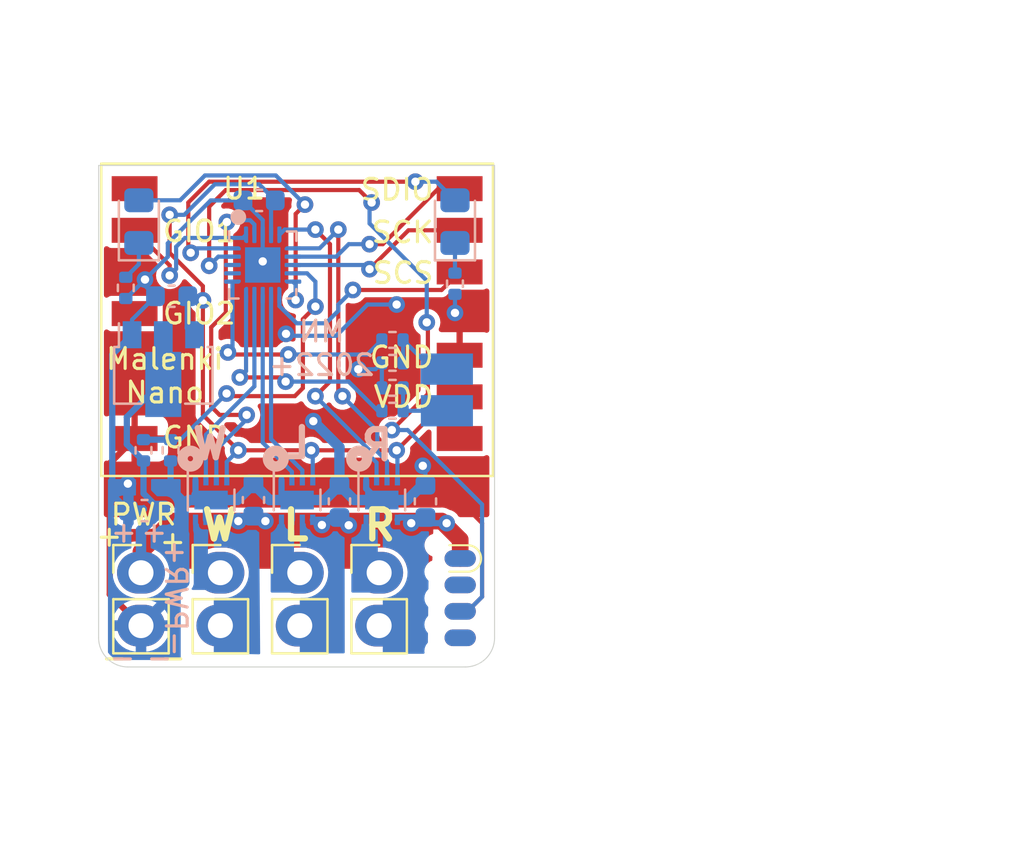
<source format=kicad_pcb>
(kicad_pcb (version 20211014) (generator pcbnew)
  (title_block (title "Malenki-nano-plus") (date "2022-09-02"))
  (layers (0 "F.Cu" signal) (31 "B.Cu" signal) (34 "B.Paste" user) (35 "F.Paste" user) (36 "B.SilkS" user "B.Silkscreen") (37 "F.SilkS" user "F.Silkscreen") (38 "B.Mask" user) (39 "F.Mask" user) (44 "Edge.Cuts" user))
  (net 0 "")
  (net 1 "GND")
  (net 2 "VBAT")
  (net 3 "BLINKY")
  (net 4 "Net-(D1-Pad1)")
  (net 5 "TXDEBUG")
  (net 6 "Net-(D2-Pad1)")
  (net 7 "UPDI")
  (net 8 "Net-(J5-Pad2)")
  (net 9 "Net-(J5-Pad1)")
  (net 10 "Net-(J6-Pad2)")
  (net 11 "Net-(J7-Pad2)")
  (net 12 "Net-(J7-Pad1)")
  (net 15 "SPI_SCS")
  (net 16 "GIO1")
  (net 17 "SPI_SCK")
  (net 18 "SPI_SDIO")
  (net 19 "MOTOR1R")
  (net 20 "MOTOR2R")
  (net 21 "MOTOR2F")
  (net 24 "MOTOR3F")
  (net 25 "MOTOR3R")
  (net 26 "MOTOR1F")
  (net 27 "WEAPON2")
  (net 29 "VSENSE")
  (net 30 "VLOGIC")
  (net 31 "WEAPON3")
  (net 34 "/W2")
  (net 35 "/W3")
  (net 39 "Net-(J6-Pad1)")
  (footprint "malenki-nano:PinHeader_1x02_P2.54mm_BIG1" (layer "F.Cu") (at 138.43 81.28)
    (fp_text reference "J1" hide)
    (fp_text value "Conn_01x02_Male")
    (pad "1" thru_hole oval locked (at 0 0) (size 2.3 2) (drill 1.2) (layers *.Cu *.Mask) (net 2 "VBAT"))
    (pad "2" thru_hole oval locked (at 0 2.54) (size 2.3 2) (drill 1.2) (layers *.Cu *.Mask) (net 1 "GND"))
  )
  (footprint "malenki-nano:PinHeader_1x02_P2.54mm_BIG1" (layer "F.Cu") (at 142.24 81.28)
    (fp_text reference "J5" hide)
    (fp_text value "Conn_01x02_Male")
    (pad "1" thru_hole oval locked (at 0 0) (size 2.3 2) (drill 1.2) (layers *.Cu *.Mask) (net 9 "Net-(J5-Pad1)"))
    (pad "2" thru_hole oval locked (at 0 2.54) (size 2.3 2) (drill 1.2) (layers *.Cu *.Mask) (net 8 "Net-(J5-Pad2)"))
  )
  (footprint "malenki-nano:PinHeader_1x02_P2.54mm_BIG1" (layer "F.Cu") (at 146.05 81.28)
    (fp_text reference "J6" hide)
    (fp_text value "Conn_01x02_Male")
    (pad "1" thru_hole oval locked (at 0 0) (size 2.3 2) (drill 1.2) (layers *.Cu *.Mask) (net 39 "Net-(J6-Pad1)"))
    (pad "2" thru_hole oval locked (at 0 2.54) (size 2.3 2) (drill 1.2) (layers *.Cu *.Mask) (net 10 "Net-(J6-Pad2)"))
  )
  (footprint "malenki-nano:PinHeader_1x02_P2.54mm_BIG1" (layer "F.Cu") (at 149.86 81.28)
    (fp_text reference "J7" hide)
    (fp_text value "Conn_01x02_Male")
    (pad "1" thru_hole oval locked (at 0 0) (size 2.3 2) (drill 1.2) (layers *.Cu *.Mask) (net 12 "Net-(J7-Pad1)"))
    (pad "2" thru_hole oval locked (at 0 2.54) (size 2.3 2) (drill 1.2) (layers *.Cu *.Mask) (net 11 "Net-(J7-Pad2)"))
  )
  (footprint "malenki-nano:A7105-module" (layer "F.Cu") (at 145.923 68.834 -90)
    (fp_text reference "U1" (at -6 2.55) (layer "F.SilkS"))
    (fp_text value "A7105-MODULE")
    (fp_text user "VDD" (at 4 -5.109523) (layer "F.SilkS"))
    (fp_text user "SDIO" (at -5.95 -4.8) (layer "F.SilkS"))
    (fp_text user "SCS" (at -1.95 -5.085714) (layer "F.SilkS"))
    (fp_text user "GND" (at 2.1 -5.014285) (layer "F.SilkS"))
    (fp_text user "GIO1" (at -3.95 4.7) (layer "F.SilkS"))
    (fp_text user "GND" (at 5.95 4.914286) (layer "F.SilkS"))
    (fp_text user "SCK" (at -3.9 -5.061904) (layer "F.SilkS"))
    (fp_text user "GIO2" (at 0 4.7) (layer "F.SilkS"))
    (pad "1" smd rect locked (at -6 7.8 270) (size 1.2 2.2) (layers "F.Cu" "F.Paste" "F.Mask"))
    (pad "2" smd rect locked (at -4 7.8 270) (size 1.2 2.2) (layers "F.Cu" "F.Paste" "F.Mask") (net 16 "GIO1"))
    (pad "4" smd rect locked (at 0 7.8 270) (size 1.2 2.2) (layers "F.Cu" "F.Paste" "F.Mask"))
    (pad "7" smd rect locked (at 6 7.8 270) (size 1.2 2.2) (layers "F.Cu" "F.Paste" "F.Mask") (net 1 "GND"))
    (pad "8" smd rect locked (at 6 -7.8 270) (size 1.2 2.2) (layers "F.Cu" "F.Paste" "F.Mask"))
    (pad "9" smd rect locked (at 4 -7.8 270) (size 1.2 2.2) (layers "F.Cu" "F.Paste" "F.Mask") (net 30 "VLOGIC"))
    (pad "10" smd rect locked (at 2 -7.8 270) (size 1.2 2.2) (layers "F.Cu" "F.Paste" "F.Mask") (net 1 "GND"))
    (pad "12" smd rect locked (at -2 -7.8 270) (size 1.2 2.2) (layers "F.Cu" "F.Paste" "F.Mask") (net 15 "SPI_SCS"))
    (pad "13" smd rect locked (at -4 -7.8 270) (size 1.2 2.2) (layers "F.Cu" "F.Paste" "F.Mask") (net 17 "SPI_SCK"))
    (pad "14" smd rect locked (at -6 -7.8 270) (size 1.2 2.2) (layers "F.Cu" "F.Paste" "F.Mask") (net 18 "SPI_SDIO"))
  )
  (footprint "malenki-nano:SOIC_clipProgSmall" (layer "F.Cu") (at 154.5 82.5 90)
    (fp_text reference "J2" hide)
    (fp_text value "Conn_01x08_Male" hide)
    (pad "" np_thru_hole circle locked (at 1.27 -1.905 90) (size 0.7 0.7) (drill 0.7) (layers *.Cu *.Mask))
    (pad "" np_thru_hole circle locked (at 2.54 -1.905 90) (size 0.7 0.7) (drill 0.7) (layers *.Cu *.Mask))
    (pad "" np_thru_hole circle locked (at -1.27 -1.905 90) (size 0.7 0.7) (drill 0.7) (layers *.Cu *.Mask))
    (pad "" np_thru_hole circle locked (at 0 -1.905 90) (size 0.7 0.7) (drill 0.7) (layers *.Cu *.Mask))
    (pad "" np_thru_hole circle locked (at -2.54 -1.905 90) (size 0.7 0.7) (drill 0.7) (layers *.Cu *.Mask))
    (pad "1" smd oval locked (at 1.905 -0.75 90) (size 0.8 1.5) (layers "F.Cu" "F.Mask") (net 2 "VBAT"))
    (pad "2" smd oval locked (at 0.635 -0.75 90) (size 0.8 1.5) (layers "F.Cu" "F.Mask"))
    (pad "3" smd oval locked (at -0.635 -0.75 90) (size 0.8 1.5) (layers "F.Cu" "F.Mask") (net 1 "GND"))
    (pad "4" smd oval locked (at -1.905 -0.75 90) (size 0.8 1.5) (layers "F.Cu" "F.Mask"))
    (pad "5" smd oval locked (at -1.905 -0.75 90) (size 0.8 1.5) (layers "B.Cu" "B.Mask"))
    (pad "6" smd oval locked (at -0.635 -0.75 90) (size 0.8 1.5) (layers "B.Cu" "B.Mask") (net 7 "UPDI"))
    (pad "7" smd oval locked (at 0.635 -0.75 90) (size 0.8 1.5) (layers "B.Cu" "B.Mask"))
    (pad "8" smd oval locked (at 1.905 -0.75 90) (size 0.8 1.5) (layers "B.Cu" "B.Mask"))
  )
  (footprint "Capacitor_SMD:C_0603_1608Metric" (layer "B.Cu") (at 138.6 78.2955 180)
    (fp_text reference "C2" hide)
    (fp_text value "10uF 25V")
    (pad "1" smd roundrect locked (at -0.775 0 180) (size 0.9 0.95) (layers "B.Cu" "B.Paste" "B.Mask") (net 2 "VBAT"))
    (pad "2" smd roundrect locked (at 0.775 0 180) (size 0.9 0.95) (layers "B.Cu" "B.Paste" "B.Mask") (net 1 "GND"))
  )
  (footprint "Capacitor_SMD:C_0603_1608Metric" (layer "B.Cu") (at 144.1 63.4 180)
    (fp_text reference "C4" hide)
    (fp_text value "0.1uF")
    (pad "1" smd roundrect locked (at -0.775 0 180) (size 0.9 0.95) (layers "B.Cu" "B.Paste" "B.Mask") (net 30 "VLOGIC"))
    (pad "2" smd roundrect locked (at 0.775 0 180) (size 0.9 0.95) (layers "B.Cu" "B.Paste" "B.Mask") (net 1 "GND"))
  )
  (footprint "Capacitor_SMD:C_0603_1608Metric" (layer "B.Cu") (at 143.8275 77.7875 90)
    (fp_text reference "C5" hide)
    (fp_text value "10uF 25V")
    (pad "1" smd roundrect locked (at -0.775 0 90) (size 0.9 0.95) (layers "B.Cu" "B.Paste" "B.Mask") (net 2 "VBAT"))
    (pad "2" smd roundrect locked (at 0.775 0 90) (size 0.9 0.95) (layers "B.Cu" "B.Paste" "B.Mask") (net 1 "GND"))
  )
  (footprint "LED_SMD:LED_0805_2012Metric_Pad1.15x1.40mm_HandSolder" (layer "B.Cu") (at 138.327 64.417 90)
    (fp_text reference "D1" hide)
    (fp_text value "LED Blue")
    (pad "1" smd roundrect locked (at -1.025 0 90) (size 1.15 1.4) (layers "B.Cu" "B.Paste" "B.Mask") (roundrect_rratio 0.217391) (net 4 "Net-(D1-Pad1)"))
    (pad "2" smd roundrect locked (at 1.025 0 90) (size 1.15 1.4) (layers "B.Cu" "B.Paste" "B.Mask") (roundrect_rratio 0.217391) (net 3 "BLINKY"))
  )
  (footprint "LED_SMD:LED_0805_2012Metric_Pad1.15x1.40mm_HandSolder" (layer "B.Cu") (at 153.5 64.417 90)
    (fp_text reference "D2" hide)
    (fp_text value "LED Red")
    (pad "1" smd roundrect locked (at -1.025 0 90) (size 1.15 1.4) (layers "B.Cu" "B.Paste" "B.Mask") (roundrect_rratio 0.217391) (net 6 "Net-(D2-Pad1)"))
    (pad "2" smd roundrect locked (at 1.025 0 90) (size 1.15 1.4) (layers "B.Cu" "B.Paste" "B.Mask") (roundrect_rratio 0.217391) (net 5 "TXDEBUG"))
  )
  (footprint "Resistor_SMD:R_0402_1005Metric" (layer "B.Cu") (at 137.7 67.6 -90)
    (fp_text reference "R1" hide)
    (fp_text value "220R")
    (pad "1" smd roundrect (at -0.51 0 270) (size 0.54 0.64) (layers "B.Cu" "B.Paste" "B.Mask") (net 4 "Net-(D1-Pad1)"))
    (pad "2" smd roundrect (at 0.51 0 270) (size 0.54 0.64) (layers "B.Cu" "B.Paste" "B.Mask") (net 1 "GND"))
  )
  (footprint "Resistor_SMD:R_0402_1005Metric" (layer "B.Cu") (at 153.5 67.4 -90)
    (fp_text reference "R2" hide)
    (fp_text value "220R")
    (pad "1" smd roundrect (at -0.51 0 270) (size 0.54 0.64) (layers "B.Cu" "B.Paste" "B.Mask") (net 6 "Net-(D2-Pad1)"))
    (pad "2" smd roundrect (at 0.51 0 270) (size 0.54 0.64) (layers "B.Cu" "B.Paste" "B.Mask") (net 1 "GND"))
  )
  (footprint "Capacitor_SMD:C_0603_1608Metric" (layer "B.Cu") (at 139.9 68 180)
    (fp_text reference "C3" hide)
    (fp_text value "10uF 25V")
    (pad "1" smd roundrect locked (at -0.775 0 180) (size 0.9 0.95) (layers "B.Cu" "B.Paste" "B.Mask") (net 30 "VLOGIC"))
    (pad "2" smd roundrect locked (at 0.775 0 180) (size 0.9 0.95) (layers "B.Cu" "B.Paste" "B.Mask") (net 1 "GND"))
  )
  (footprint "Package_DFN_QFN:VQFN-20-1EP_3x3mm_P0.4mm_EP1.7x1.7mm" (layer "B.Cu") (at 144.272 66.5 -90)
    (fp_text reference "U3" hide)
    (fp_text value "ATtiny1616-M")
    (pad "1" smd custom locked (at -1.45 0.8 270) (size 0.143431 0.143431) (layers "B.Cu" "B.Paste" "B.Mask") (net 16 "GIO1") (options (clearance outline) (anchor circle)) (primitives (gr_poly (pts (xy 0.35 -0.000711) (xy 0.35 -0.05) (xy -0.35 -0.05) (xy -0.35 0.05) (xy 0.299289 0.05)) (width 0.1) (fill yes))))
    (pad "2" smd roundrect locked (at -1.45 0.4 270) (size 0.8 0.2) (layers "B.Cu" "B.Paste" "B.Mask") (net 26 "MOTOR1F"))
    (pad "3" smd roundrect locked (at -1.45 0 270) (size 0.8 0.2) (layers "B.Cu" "B.Paste" "B.Mask") (net 1 "GND"))
    (pad "4" smd roundrect locked (at -1.45 -0.4 270) (size 0.8 0.2) (layers "B.Cu" "B.Paste" "B.Mask") (net 30 "VLOGIC"))
    (pad "5" smd custom locked (at -1.45 -0.8 270) (size 0.143431 0.143431) (layers "B.Cu" "B.Paste" "B.Mask") (net 25 "MOTOR3R") (options (clearance outline) (anchor circle)) (primitives (gr_poly (pts (xy 0.35 0.000711) (xy 0.299289 -0.05) (xy -0.35 -0.05) (xy -0.35 0.05) (xy 0.35 0.05)) (width 0.1) (fill yes))))
    (pad "6" smd custom locked (at -0.8 -1.45 270) (size 0.143431 0.143431) (layers "B.Cu" "B.Paste" "B.Mask") (net 24 "MOTOR3F") (options (clearance outline) (anchor circle)) (primitives (gr_poly (pts (xy 0.05 -0.35) (xy -0.05 -0.35) (xy -0.05 0.299289) (xy 0.000711 0.35) (xy 0.05 0.35)) (width 0.1) (fill yes))))
    (pad "7" smd roundrect locked (at -0.4 -1.45 270) (size 0.2 0.8) (layers "B.Cu" "B.Paste" "B.Mask") (net 18 "SPI_SDIO"))
    (pad "8" smd roundrect locked (at 0 -1.45 270) (size 0.2 0.8) (layers "B.Cu" "B.Paste" "B.Mask") (net 17 "SPI_SCK"))
    (pad "9" smd roundrect locked (at 0.4 -1.45 270) (size 0.2 0.8) (layers "B.Cu" "B.Paste" "B.Mask") (net 29 "VSENSE"))
    (pad "10" smd custom locked (at 0.8 -1.45 270) (size 0.143431 0.143431) (layers "B.Cu" "B.Paste" "B.Mask") (net 3 "BLINKY") (options (clearance outline) (anchor circle)) (primitives (gr_poly (pts (xy 0.05 0.299289) (xy 0.05 -0.35) (xy -0.05 -0.35) (xy -0.05 0.35) (xy -0.000711 0.35)) (width 0.1) (fill yes))))
    (pad "11" smd custom locked (at 1.45 -0.8 270) (size 0.143431 0.143431) (layers "B.Cu" "B.Paste" "B.Mask") (net 15 "SPI_SCS") (options (clearance outline) (anchor circle)) (primitives (gr_poly (pts (xy 0.35 -0.05) (xy -0.299289 -0.05) (xy -0.35 0.000711) (xy -0.35 0.05) (xy 0.35 0.05)) (width 0.1) (fill yes))))
    (pad "12" smd roundrect locked (at 1.45 -0.4 270) (size 0.8 0.2) (layers "B.Cu" "B.Paste" "B.Mask") (net 21 "MOTOR2F"))
    (pad "13" smd roundrect locked (at 1.45 0 270) (size 0.8 0.2) (layers "B.Cu" "B.Paste" "B.Mask") (net 20 "MOTOR2R"))
    (pad "14" smd roundrect locked (at 1.45 0.4 270) (size 0.8 0.2) (layers "B.Cu" "B.Paste" "B.Mask") (net 19 "MOTOR1R"))
    (pad "15" smd custom locked (at 1.45 0.8 270) (size 0.143431 0.143431) (layers "B.Cu" "B.Paste" "B.Mask") (net 34 "/W2") (options (clearance outline) (anchor circle)) (primitives (gr_poly (pts (xy 0.35 -0.05) (xy -0.35 -0.05) (xy -0.35 -0.000711) (xy -0.299289 0.05) (xy 0.35 0.05)) (width 0.1) (fill yes))))
    (pad "16" smd custom locked (at 0.8 1.45 270) (size 0.143431 0.143431) (layers "B.Cu" "B.Paste" "B.Mask") (net 35 "/W3") (options (clearance outline) (anchor circle)) (primitives (gr_poly (pts (xy 0.05 -0.299289) (xy -0.000711 -0.35) (xy -0.05 -0.35) (xy -0.05 0.35) (xy 0.05 0.35)) (width 0.1) (fill yes))))
    (pad "17" smd roundrect locked (at 0.4 1.45 270) (size 0.2 0.8) (layers "B.Cu" "B.Paste" "B.Mask"))
    (pad "18" smd roundrect locked (at 0 1.45 270) (size 0.2 0.8) (layers "B.Cu" "B.Paste" "B.Mask"))
    (pad "19" smd roundrect locked (at -0.4 1.45 270) (size 0.2 0.8) (layers "B.Cu" "B.Paste" "B.Mask") (net 7 "UPDI"))
    (pad "20" smd custom locked (at -0.8 1.45 270) (size 0.143431 0.143431) (layers "B.Cu" "B.Paste" "B.Mask") (net 5 "TXDEBUG") (options (clearance outline) (anchor circle)) (primitives (gr_poly (pts (xy 0.05 -0.35) (xy 0.000711 -0.35) (xy -0.05 -0.299289) (xy -0.05 0.35) (xy 0.05 0.35)) (width 0.1) (fill yes))))
    (pad "21" smd rect locked (at 0 0 270) (size 1.7 1.7) (layers "B.Cu" "B.Mask") (net 1 "GND"))
  )
  (footprint "malenki-nano:wirepad_2" (layer "B.Cu") (at 153.111323 72.501 -90)
    (fp_text reference "J3" hide)
    (fp_text value "Conn_01x02")
    (pad "1" smd rect locked (at -1 0 270) (size 1.5 2.5) (layers "B.Cu" "B.Mask") (net 31 "WEAPON3"))
    (pad "2" smd rect locked (at 1 0 270) (size 1.5 2.5) (layers "B.Cu" "B.Mask") (net 27 "WEAPON2"))
  )
  (footprint "Resistor_SMD:R_0402_1005Metric" (layer "B.Cu") (at 139.85 75.4 -90)
    (fp_text reference "R4" hide)
    (fp_text value "10k")
    (pad "1" smd roundrect (at -0.51 0 270) (size 0.54 0.64) (layers "B.Cu" "B.Paste" "B.Mask") (net 29 "VSENSE"))
    (pad "2" smd roundrect (at 0.51 0 270) (size 0.54 0.64) (layers "B.Cu" "B.Paste" "B.Mask") (net 1 "GND"))
  )
  (footprint "Resistor_SMD:R_0402_1005Metric" (layer "B.Cu") (at 138.55 75.4 90)
    (fp_text reference "R3" hide)
    (fp_text value "100k")
    (pad "1" smd roundrect (at -0.51 0 90) (size 0.54 0.64) (layers "B.Cu" "B.Paste" "B.Mask") (net 2 "VBAT"))
    (pad "2" smd roundrect (at 0.51 0 90) (size 0.54 0.64) (layers "B.Cu" "B.Paste" "B.Mask") (net 29 "VSENSE"))
  )
  (footprint "Capacitor_SMD:C_0603_1608Metric" (layer "B.Cu") (at 147.955 77.851 90)
    (fp_text reference "C6" hide)
    (fp_text value "10uF 25V")
    (pad "1" smd roundrect locked (at -0.775 0 90) (size 0.9 0.95) (layers "B.Cu" "B.Paste" "B.Mask") (net 2 "VBAT"))
    (pad "2" smd roundrect locked (at 0.775 0 90) (size 0.9 0.95) (layers "B.Cu" "B.Paste" "B.Mask") (net 1 "GND"))
  )
  (footprint "Capacitor_SMD:C_0603_1608Metric" (layer "B.Cu") (at 152.0825 77.851 90)
    (fp_text reference "C7" hide)
    (fp_text value "10uF 25V")
    (pad "1" smd roundrect locked (at -0.775 0 90) (size 0.9 0.95) (layers "B.Cu" "B.Paste" "B.Mask") (net 2 "VBAT"))
    (pad "2" smd roundrect locked (at 0.775 0 90) (size 0.9 0.95) (layers "B.Cu" "B.Paste" "B.Mask") (net 1 "GND"))
  )
  (footprint "Package_SON:WSON-8-1EP_2x2mm_P0.5mm_EP0.9x1.6mm" (layer "B.Cu") (at 141.7955 77.7875 -90)
    (fp_text reference "U5" hide)
    (fp_text value "DRV8231DSGR")
    (pad "1" smd rect (at -0.95 0.75 270) (size 0.5 0.25) (layers "B.Cu" "B.Paste" "B.Mask") (net 1 "GND"))
    (pad "2" smd rect (at -0.95 0.25 270) (size 0.5 0.25) (layers "B.Cu" "B.Paste" "B.Mask") (net 19 "MOTOR1R"))
    (pad "3" smd rect (at -0.95 -0.25 270) (size 0.5 0.25) (layers "B.Cu" "B.Paste" "B.Mask") (net 26 "MOTOR1F"))
    (pad "4" smd rect (at -0.95 -0.75 270) (size 0.5 0.25) (layers "B.Cu" "B.Paste" "B.Mask") (net 30 "VLOGIC"))
    (pad "5" smd rect (at 0.95 -0.75 270) (size 0.5 0.25) (layers "B.Cu" "B.Paste" "B.Mask") (net 2 "VBAT"))
    (pad "6" smd rect (at 0.95 -0.25 270) (size 0.5 0.25) (layers "B.Cu" "B.Paste" "B.Mask") (net 8 "Net-(J5-Pad2)"))
    (pad "7" smd rect (at 0.95 0.25 270) (size 0.5 0.25) (layers "B.Cu" "B.Paste" "B.Mask") (net 1 "GND"))
    (pad "8" smd rect (at 0.95 0.75 270) (size 0.5 0.25) (layers "B.Cu" "B.Paste" "B.Mask") (net 9 "Net-(J5-Pad1)"))
    (pad "9" smd rect (at 0 0 270) (size 0.9 1.6) (layers "B.Cu" "B.Mask") (net 1 "GND"))
  )
  (footprint "Package_SON:WSON-8-1EP_2x2mm_P0.5mm_EP0.9x1.6mm" (layer "B.Cu") (at 145.923 77.7875 -90)
    (fp_text reference "U6" hide)
    (fp_text value "DRV8231DSGR")
    (pad "1" smd rect (at -0.95 0.75 270) (size 0.5 0.25) (layers "B.Cu" "B.Paste" "B.Mask") (net 1 "GND"))
    (pad "2" smd rect (at -0.95 0.25 270) (size 0.5 0.25) (layers "B.Cu" "B.Paste" "B.Mask") (net 20 "MOTOR2R"))
    (pad "3" smd rect (at -0.95 -0.25 270) (size 0.5 0.25) (layers "B.Cu" "B.Paste" "B.Mask") (net 21 "MOTOR2F"))
    (pad "4" smd rect (at -0.95 -0.75 270) (size 0.5 0.25) (layers "B.Cu" "B.Paste" "B.Mask") (net 30 "VLOGIC"))
    (pad "5" smd rect (at 0.95 -0.75 270) (size 0.5 0.25) (layers "B.Cu" "B.Paste" "B.Mask") (net 2 "VBAT"))
    (pad "6" smd rect (at 0.95 -0.25 270) (size 0.5 0.25) (layers "B.Cu" "B.Paste" "B.Mask") (net 10 "Net-(J6-Pad2)"))
    (pad "7" smd rect (at 0.95 0.25 270) (size 0.5 0.25) (layers "B.Cu" "B.Paste" "B.Mask") (net 1 "GND"))
    (pad "8" smd rect (at 0.95 0.75 270) (size 0.5 0.25) (layers "B.Cu" "B.Paste" "B.Mask") (net 39 "Net-(J6-Pad1)"))
    (pad "9" smd rect (at 0 0 270) (size 0.9 1.6) (layers "B.Cu" "B.Mask") (net 1 "GND"))
  )
  (footprint "Package_SON:WSON-8-1EP_2x2mm_P0.5mm_EP0.9x1.6mm" (layer "B.Cu") (at 149.987 77.7875 -90)
    (fp_text reference "U7" hide)
    (fp_text value "DRV8231DSGR")
    (pad "1" smd rect (at -0.95 0.75 270) (size 0.5 0.25) (layers "B.Cu" "B.Paste" "B.Mask") (net 1 "GND"))
    (pad "2" smd rect (at -0.95 0.25 270) (size 0.5 0.25) (layers "B.Cu" "B.Paste" "B.Mask") (net 25 "MOTOR3R"))
    (pad "3" smd rect (at -0.95 -0.25 270) (size 0.5 0.25) (layers "B.Cu" "B.Paste" "B.Mask") (net 24 "MOTOR3F"))
    (pad "4" smd rect (at -0.95 -0.75 270) (size 0.5 0.25) (layers "B.Cu" "B.Paste" "B.Mask") (net 30 "VLOGIC"))
    (pad "5" smd rect (at 0.95 -0.75 270) (size 0.5 0.25) (layers "B.Cu" "B.Paste" "B.Mask") (net 2 "VBAT"))
    (pad "6" smd rect (at 0.95 -0.25 270) (size 0.5 0.25) (layers "B.Cu" "B.Paste" "B.Mask") (net 11 "Net-(J7-Pad2)"))
    (pad "7" smd rect (at 0.95 0.25 270) (size 0.5 0.25) (layers "B.Cu" "B.Paste" "B.Mask") (net 1 "GND"))
    (pad "8" smd rect (at 0.95 0.75 270) (size 0.5 0.25) (layers "B.Cu" "B.Paste" "B.Mask") (net 12 "Net-(J7-Pad1)"))
    (pad "9" smd rect (at 0 0 270) (size 0.9 1.6) (layers "B.Cu" "B.Mask") (net 1 "GND"))
  )
  (footprint "Resistor_SMD:R_0402_1005Metric" (layer "B.Cu") (at 150.5 70.1 180)
    (fp_text reference "R6" hide)
    (fp_text value "470R")
    (pad "1" smd roundrect (at -0.51 0 180) (size 0.54 0.64) (layers "B.Cu" "B.Paste" "B.Mask") (net 31 "WEAPON3"))
    (pad "2" smd roundrect (at 0.51 0 180) (size 0.54 0.64) (layers "B.Cu" "B.Paste" "B.Mask") (net 35 "/W3"))
  )
  (footprint "Resistor_SMD:R_0402_1005Metric" (layer "B.Cu") (at 150.5 72.4)
    (fp_text reference "R7" hide)
    (fp_text value "10k")
    (pad "1" smd roundrect (at -0.51 0) (size 0.54 0.64) (layers "B.Cu" "B.Paste" "B.Mask") (net 1 "GND"))
    (pad "2" smd roundrect (at 0.51 0) (size 0.54 0.64) (layers "B.Cu" "B.Paste" "B.Mask") (net 27 "WEAPON2"))
  )
  (footprint "Resistor_SMD:R_0402_1005Metric" (layer "B.Cu") (at 150.5 73.5 180)
    (fp_text reference "R5" hide)
    (fp_text value "470R")
    (pad "1" smd roundrect (at -0.51 0 180) (size 0.54 0.64) (layers "B.Cu" "B.Paste" "B.Mask") (net 27 "WEAPON2"))
    (pad "2" smd roundrect (at 0.51 0 180) (size 0.54 0.64) (layers "B.Cu" "B.Paste" "B.Mask") (net 34 "/W2"))
  )
  (footprint "Package_TO_SOT_SMD:SOT-89-3" (layer "B.Cu") (at 139.5 71.5 -90)
    (fp_text reference "U2" hide)
    (fp_text value "HT7533-1")
    (pad "1" smd rect (at -1.65 1.5 270) (size 1.3 0.9) (layers "B.Cu" "B.Paste" "B.Mask") (net 1 "GND"))
    (pad "2" smd custom (at -1.5625 0 270) (size 1.475 0.9) (layers "B.Cu" "B.Paste" "B.Mask") (net 2 "VBAT") (options (clearance outline) (anchor rect)) (primitives (gr_poly (pts (xy 3.8625 -0.8665) (xy 0.7375 -0.8665) (xy 0.7375 0.8665) (xy 3.8625 0.8665)) (width 0) (fill yes))))
    (pad "3" smd rect (at -1.65 -1.5 270) (size 1.3 0.9) (layers "B.Cu" "B.Paste" "B.Mask") (net 30 "VLOGIC"))
  )
  (footprint "Resistor_SMD:R_0402_1005Metric" (layer "B.Cu") (at 150.5 71.2)
    (fp_text reference "R8" hide)
    (fp_text value "10k")
    (pad "1" smd roundrect (at -0.51 0) (size 0.54 0.64) (layers "B.Cu" "B.Paste" "B.Mask") (net 1 "GND"))
    (pad "2" smd roundrect (at 0.51 0) (size 0.54 0.64) (layers "B.Cu" "B.Paste" "B.Mask") (net 31 "WEAPON3"))
  )
  (gr_circle (center 143.1 64.2) (end 143.227 64.2) (layer "B.SilkS") (width 0.5) (fill solid))
  (gr_circle (center 144.9 75.8) (end 145.027 75.8) (layer "B.SilkS") (width 0.5) (fill none))
  (gr_circle (center 148.9 75.8) (end 149.027 75.8) (layer "B.SilkS") (width 0.5) (fill none))
  (gr_circle (center 140.8 75.8) (end 140.927 75.8) (layer "B.SilkS") (width 0.5) (fill none))
  (gr_line (start 155.4 61.722) (end 136.398 61.722) (layer "Edge.Cuts") (width 0.05))
  (gr_line (start 155.4 84.4) (end 155.4 61.722) (layer "Edge.Cuts") (width 0.05))
  (gr_arc (start 137.8 85.804835) (mid 136.804162 85.390893) (end 136.395182 84.393006) (layer "Edge.Cuts") (width 0.05))
  (gr_line (start 137.8 85.804835) (end 153.988171 85.804818) (layer "Edge.Cuts") (width 0.05))
  (gr_arc (start 155.4 84.4) (mid 154.986058 85.395838) (end 153.988171 85.804818) (layer "Edge.Cuts") (width 0.05))
  (gr_line (start 136.398 61.722) (end 136.395182 84.393006) (layer "Edge.Cuts") (width 0.05))
  (gr_text "MN\n2022+" (at 147.1 70.5) (layer "B.SilkS") (effects (font (size 1 1)) (justify mirror)))
  (gr_text "+" (at 137.6045 79.3115) (layer "B.SilkS") (effects (font (size 1 1)) (justify mirror)))
  (gr_text "-" (at 137.541 85.344) (layer "B.SilkS") (effects (font (size 1 1)) (justify mirror)))
  (gr_text "-" (at 139.319 85.344) (layer "B.SilkS") (effects (font (size 1 1)) (justify mirror)))
  (gr_text "+" (at 139.065 79.3115) (layer "B.SilkS") (effects (font (size 1 1)) (justify mirror)))
  (gr_text "-PWR+" (at 140.1 82.5 270) (layer "B.SilkS") (effects (font (size 1 1)) (justify mirror)))
  (gr_text "L" (at 146.683333 75.05) (layer "B.SilkS") (effects (font (size 1.4 1.4) (thickness 0.3)) (justify left mirror)))
  (gr_text "R" (at 150.65 75.15) (layer "B.SilkS") (effects (font (size 1.4 1.4) (thickness 0.3)) (justify left mirror)))
  (gr_text "W" (at 142.75 75.1) (layer "B.SilkS") (effects (font (size 1.4 1.4) (thickness 0.3)) (justify left mirror)))
  (gr_text "+" (at 139.954 79.756) (layer "F.SilkS") (effects (font (size 1 1))))
  (gr_text "-" (at 139.954 85.344) (layer "F.SilkS") (effects (font (size 1 1))))
  (gr_text "L" (at 145.1 79) (layer "F.SilkS") (effects (font (size 1.4 1.4) (thickness 0.3)) (justify left)))
  (gr_text "PWR" (at 138.557 78.486) (layer "F.SilkS") (effects (font (size 1 1))))
  (gr_text "-" (at 137.16 85.344) (layer "F.SilkS") (effects (font (size 1 1))))
  (gr_text "+" (at 136.906 79.502) (layer "F.SilkS") (effects (font (size 1 1))))
  (gr_text "R" (at 149 79) (layer "F.SilkS") (effects (font (size 1.4 1.4) (thickness 0.3)) (justify left)))
  (gr_text "Malenki\nNano" (at 139.573 71.8185) (layer "F.SilkS") (effects (font (size 1 1))))
  (gr_text "W" (at 141.2 79) (layer "F.SilkS") (effects (font (size 1.4 1.4) (thickness 0.3)) (justify left)))
  (segment (start 138.43 83.82) (end 136.93048 82.32048) (width 0.3) (layer "F.Cu") (net 1))
  (segment (start 154.1 83.135) (end 154.8 82.435) (width 0.2) (layer "F.Cu") (net 1))
  (segment (start 154.8 82.435) (end 154.8 78.9) (width 0.2) (layer "F.Cu") (net 1))
  (segment (start 136.93048 82.32048) (end 136.93048 76.02652) (width 0.3) (layer "F.Cu") (net 1))
  (segment (start 152 76.1) (end 151.955378 76.144622) (width 0.2) (layer "F.Cu") (net 1))
  (segment (start 136.93048 76.02652) (end 138.123 74.834) (width 0.3) (layer "F.Cu") (net 1))
  (segment (start 154.8 78.9) (end 152 76.1) (width 0.2) (layer "F.Cu") (net 1))
  (segment (start 153.75 83.135) (end 154.1 83.135) (width 0.2) (layer "F.Cu") (net 1))
  (via (at 144.272 66.328) (size 0.8) (drill 0.4) (layers "F.Cu" "B.Cu") (net 1))
  (via (at 145.389623 69.806611) (size 0.8) (drill 0.4) (layers "F.Cu" "B.Cu") (net 1))
  (via (at 151.955378 76.144622) (size 0.8) (drill 0.4) (layers "F.Cu" "B.Cu") (net 1))
  (via (at 138.6215 67.2) (size 0.8) (drill 0.4) (layers "F.Cu" "B.Cu") (net 1))
  (via (at 150.7 68.4) (size 0.8) (drill 0.4) (layers "F.Cu" "B.Cu") (net 1))
  (via (at 146.7 74) (size 0.8) (drill 0.4) (layers "F.Cu" "B.Cu") (net 1))
  (via (at 137.8 77) (size 0.8) (drill 0.4) (layers "F.Cu" "B.Cu") (net 1))
  (via (at 153.5 68.8) (size 0.8) (drill 0.4) (layers "F.Cu" "B.Cu") (net 1))
  (via (at 148.858595 71.505493) (size 0.8) (drill 0.4) (layers "F.Cu" "B.Cu") (net 1))
  (segment (start 138.6215 67.2) (end 138.6215 67.4965) (width 0.2) (layer "B.Cu") (net 1))
  (segment (start 152.0825 77.076) (end 151.924 77.076) (width 0.5) (layer "B.Cu") (net 1))
  (segment (start 137.7115 68.11) (end 138.6215 67.2) (width 0.2) (layer "B.Cu") (net 1))
  (segment (start 149.99 72.4) (end 149.99 71.2) (width 0.2) (layer "B.Cu") (net 1))
  (segment (start 145.173 77.748) (end 145.2125 77.7875) (width 0.3) (layer "B.Cu") (net 1))
  (segment (start 152.0825 77.076) (end 152.0825 76.271744) (width 0.2) (layer "B.Cu") (net 1))
  (segment (start 141.0455 76.8375) (end 141.0455 77.4545) (width 0.3) (layer "B.Cu") (net 1))
  (segment (start 140.4705 79.408) (end 140.4705 78.0375) (width 0.5) (layer "B.Cu") (net 1))
  (segment (start 149.737 78.7375) (end 149.737 78.0375) (width 0.3) (layer "B.Cu") (net 1))
  (segment (start 137.7 68.11) (end 137.7115 68.11) (width 0.2) (layer "B.Cu") (net 1))
  (segment (start 137.05 70.8) (end 138 69.85) (width 0.3) (layer "B.Cu") (net 1))
  (segment (start 145.173 76.8375) (end 145.173 77.748) (width 0.3) (layer "B.Cu") (net 1))
  (segment (start 144.272 64.347) (end 143.325 63.4) (width 0.2) (layer "B.Cu") (net 1))
  (segment (start 140.4705 78.0375) (end 140.7205 77.7875) (width 0.5) (layer "B.Cu") (net 1))
  (segment (start 143.8275 77.0125) (end 144.6025 77.7875) (width 0.5) (layer "B.Cu") (net 1))
  (segment (start 151.2 77.8) (end 151.1875 77.7875) (width 0.5) (layer "B.Cu") (net 1))
  (segment (start 149.237 77.237) (end 149.5 77.5) (width 0.3) (layer "B.Cu") (net 1))
  (segment (start 138.6215 67.2) (end 139.715827 66.105673) (width 0.2) (layer "B.Cu") (net 1))
  (segment (start 140.5 81.75) (end 140.5 79.4375) (width 0.5) (layer "B.Cu") (net 1))
  (segment (start 139.85 75.91) (end 139.85 77.15) (width 0.3) (layer "B.Cu") (net 1))
  (segment (start 137.825 78.2955) (end 137.05 77.5205) (width 0.3) (layer "B.Cu") (net 1))
  (segment (start 147.955 77.076) (end 148.6665 77.7875) (width 0.5) (layer "B.Cu") (net 1))
  (segment (start 149.684507 71.505493) (end 149.99 71.2) (width 0.2) (layer "B.Cu") (net 1))
  (segment (start 147.8 69.9) (end 145.483012 69.9) (width 0.2) (layer "B.Cu") (net 1))
  (segment (start 139.85 77.15) (end 140.4705 77.7705) (width 0.3) (layer "B.Cu") (net 1))
  (segment (start 141.7955 77.7875) (end 143.0525 77.7875) (width 0.5) (layer "B.Cu") (net 1))
  (segment (start 140.4705 77.7705) (end 140.4705 78.0375) (width 0.3) (layer "B.Cu") (net 1))
  (segment (start 145.673 78.0375) (end 145.923 77.7875) (width 0.3) (layer "B.Cu") (net 1))
  (segment (start 149.3 68.4) (end 147.8 69.9) (width 0.2) (layer "B.Cu") (net 1))
  (segment (start 149.737 78.0375) (end 149.987 77.7875) (width 0.3) (layer "B.Cu") (net 1))
  (segment (start 145.483012 69.9) (end 145.389623 69.806611) (width 0.2) (layer "B.Cu") (net 1))
  (segment (start 141.0455 77.4545) (end 141 77.5) (width 0.3) (layer "B.Cu") (net 1))
  (segment (start 140.5 79.4375) (end 140.4705 79.408) (width 0.5) (layer "B.Cu") (net 1))
  (segment (start 141.774951 63.4) (end 143.325 63.4) (width 0.2) (layer "B.Cu") (net 1))
  (segment (start 145.923 77.7875) (end 147.2435 77.7875) (width 0.5) (layer "B.Cu") (net 1))
  (segment (start 138 69.125) (end 139.125 68) (width 0.2) (layer "B.Cu") (net 1))
  (segment (start 144.272 65.05) (end 144.272 66.328) (width 0.2) (layer "B.Cu") (net 1))
  (segment (start 138.43 83.82) (end 140.5 81.75) (width 0.5) (layer "B.Cu") (net 1))
  (segment (start 139.715827 65.459124) (end 141.774951 63.4) (width 0.2) (layer "B.Cu") (net 1))
  (segment (start 144.272 66.328) (end 144.272 66.5) (width 0.2) (layer "B.Cu") (net 1))
  (segment (start 138.6215 67.4965) (end 139.125 68) (width 0.2) (layer "B.Cu") (net 1))
  (segment (start 151.1875 77.7875) (end 149.987 77.7875) (width 0.5) (layer "B.Cu") (net 1))
  (segment (start 153.5 68.8) (end 153.5 67.91) (width 0.2) (layer "B.Cu") (net 1))
  (segment (start 144.6025 77.7875) (end 145.923 77.7875) (width 0.5) (layer "B.Cu") (net 1))
  (segment (start 147.2435 77.7875) (end 147.955 77.076) (width 0.5) (layer "B.Cu") (net 1))
  (segment (start 149.237 76.8375) (end 149.237 77.237) (width 0.3) (layer "B.Cu") (net 1))
  (segment (start 137.05 77.5205) (end 137.05 70.8) (width 0.3) (layer "B.Cu") (net 1))
  (segment (start 139.715827 66.105673) (end 139.715827 65.459124) (width 0.2) (layer "B.Cu") (net 1))
  (segment (start 143.0525 77.7875) (end 143.8275 77.0125) (width 0.5) (layer "B.Cu") (net 1))
  (segment (start 144.272 65.05) (end 144.272 64.347) (width 0.2) (layer "B.Cu") (net 1))
  (segment (start 148.858595 71.505493) (end 149.684507 71.505493) (width 0.2) (layer "B.Cu") (net 1))
  (segment (start 145.673 78.7375) (end 145.673 78.0375) (width 0.3) (layer "B.Cu") (net 1))
  (segment (start 141.5455 78.0375) (end 141.7955 77.7875) (width 0.3) (layer "B.Cu") (net 1))
  (segment (start 147.955 75.255) (end 146.7 74) (width 0.5) (layer "B.Cu") (net 1))
  (segment (start 150.7 68.4) (end 149.3 68.4) (width 0.2) (layer "B.Cu") (net 1))
  (segment (start 138 69.85) (end 138 69.125) (width 0.2) (layer "B.Cu") (net 1))
  (segment (start 140.7205 77.7875) (end 141.7955 77.7875) (width 0.5) (layer "B.Cu") (net 1))
  (segment (start 152.0825 76.271744) (end 151.955378 76.144622) (width 0.2) (layer "B.Cu") (net 1))
  (segment (start 147.955 77.076) (end 147.955 75.255) (width 0.5) (layer "B.Cu") (net 1))
  (segment (start 151.924 77.076) (end 151.2 77.8) (width 0.5) (layer "B.Cu") (net 1))
  (segment (start 141.5455 78.7375) (end 141.5455 78.0375) (width 0.3) (layer "B.Cu") (net 1))
  (segment (start 148.6665 77.7875) (end 149.987 77.7875) (width 0.5) (layer "B.Cu") (net 1))
  (segment (start 138.43 80.27) (end 139.9 78.8) (width 0.8) (layer "F.Cu") (net 2))
  (segment (start 138.43 81.28) (end 138.43 80.27) (width 0.8) (layer "F.Cu") (net 2))
  (segment (start 144.4 78.8) (end 152.855 78.8) (width 0.8) (layer "F.Cu") (net 2))
  (segment (start 143.1 78.8) (end 144.4 78.8) (width 0.8) (layer "F.Cu") (net 2))
  (segment (start 139.9 78.8) (end 143.1 78.8) (width 0.8) (layer "F.Cu") (net 2))
  (segment (start 152.855 78.8) (end 153.75 79.695) (width 0.8) (layer "F.Cu") (net 2))
  (segment (start 153.75 79.695) (end 153.75 80.595) (width 0.8) (layer "F.Cu") (net 2))
  (via (at 143.1 78.8) (size 0.8) (drill 0.4) (layers "F.Cu" "B.Cu") (net 2))
  (via (at 144.4 78.8) (size 0.8) (drill 0.4) (layers "F.Cu" "B.Cu") (net 2))
  (via (at 153.1 78.9) (size 0.8) (drill 0.4) (layers "F.Cu" "B.Cu") (net 2))
  (via (at 147.1125 78.9875) (size 0.8) (drill 0.4) (layers "F.Cu" "B.Cu") (net 2))
  (via (at 151.4 78.9) (size 0.8) (drill 0.4) (layers "F.Cu" "B.Cu") (net 2))
  (via (at 148.4 79) (size 0.8) (drill 0.4) (layers "F.Cu" "B.Cu") (net 2))
  (segment (start 143.8275 78.5625) (end 144.1625 78.5625) (width 0.3) (layer "B.Cu") (net 2))
  (segment (start 137.75 75.11) (end 138.55 75.91) (width 0.3) (layer "B.Cu") (net 2))
  (segment (start 147.8435 78.7375) (end 147.955 78.626) (width 0.3) (layer "B.Cu") (net 2))
  (segment (start 138.55 77.4705) (end 139.375 78.2955) (width 0.3) (layer "B.Cu") (net 2))
  (segment (start 139.5 69.9375) (end 139.5 72.05) (width 0.3) (layer "B.Cu") (net 2))
  (segment (start 148.329 79) (end 147.955 78.626) (width 0.3) (layer "B.Cu") (net 2))
  (segment (start 138.55 75.91) (end 138.55 77.4705) (width 0.3) (layer "B.Cu") (net 2))
  (segment (start 138.43 81.28) (end 138.43 79.2405) (width 0.5) (layer "B.Cu") (net 2))
  (segment (start 153.1 78.9) (end 152.3565 78.9) (width 0.3) (layer "B.Cu") (net 2))
  (segment (start 144.1625 78.5625) (end 144.4 78.8) (width 0.3) (layer "B.Cu") (net 2))
  (segment (start 150.8485 78.626) (end 150.737 78.7375) (width 0.3) (layer "B.Cu") (net 2))
  (segment (start 142.608 78.8) (end 142.5455 78.7375) (width 0.3) (layer "B.Cu") (net 2))
  (segment (start 148.4 79) (end 148.329 79) (width 0.3) (layer "B.Cu") (net 2))
  (segment (start 137.75 73.8) (end 137.75 75.11) (width 0.3) (layer "B.Cu") (net 2))
  (segment (start 139.5 72.05) (end 137.75 73.8) (width 0.3) (layer "B.Cu") (net 2))
  (segment (start 146.673 78.7375) (end 147.8435 78.7375) (width 0.3) (layer "B.Cu") (net 2))
  (segment (start 138.43 79.2405) (end 139.375 78.2955) (width 0.5) (layer "B.Cu") (net 2))
  (segment (start 143.3375 78.5625) (end 143.1 78.8) (width 0.3) (layer "B.Cu") (net 2))
  (segment (start 152.0825 78.626) (end 150.8485 78.626) (width 0.3) (layer "B.Cu") (net 2))
  (segment (start 143.1 78.8) (end 142.608 78.8) (width 0.3) (layer "B.Cu") (net 2))
  (segment (start 147.474 78.626) (end 147.1125 78.9875) (width 0.3) (layer "B.Cu") (net 2))
  (segment (start 143.8275 78.5625) (end 143.3375 78.5625) (width 0.3) (layer "B.Cu") (net 2))
  (segment (start 147.955 78.626) (end 147.474 78.626) (width 0.3) (layer "B.Cu") (net 2))
  (segment (start 152.3565 78.9) (end 152.0825 78.626) (width 0.3) (layer "B.Cu") (net 2))
  (segment (start 146.3 63.5995) (end 145.852666 64.046834) (width 0.2) (layer "F.Cu") (net 3))
  (segment (start 145.852666 64.046834) (end 145.852666 68.184239) (width 0.2) (layer "F.Cu") (net 3))
  (via (at 146.3 63.5995) (size 0.8) (drill 0.4) (layers "F.Cu" "B.Cu") (net 3))
  (via (at 145.852666 68.184239) (size 0.8) (drill 0.4) (layers "F.Cu" "B.Cu") (net 3))
  (segment (start 138.327 63.392) (end 140.308 63.392) (width 0.2) (layer "B.Cu") (net 3))
  (segment (start 144.9005 62.2) (end 146.3 63.5995) (width 0.2) (layer "B.Cu") (net 3))
  (segment (start 145.852666 67.430666) (end 145.722 67.3) (width 0.2) (layer "B.Cu") (net 3))
  (segment (start 140.308 63.392) (end 141.5 62.2) (width 0.2) (layer "B.Cu") (net 3))
  (segment (start 145.852666 68.184239) (end 145.852666 67.430666) (width 0.2) (layer "B.Cu") (net 3))
  (segment (start 141.5 62.2) (end 144.9005 62.2) (width 0.2) (layer "B.Cu") (net 3))
  (segment (start 138.327 65.442) (end 138.327 66.463) (width 0.2) (layer "B.Cu") (net 4))
  (segment (start 138.327 66.463) (end 137.7 67.09) (width 0.2) (layer "B.Cu") (net 4))
  (segment (start 140.700489 63.499511) (end 141.7 62.5) (width 0.2) (layer "F.Cu") (net 5))
  (segment (start 141.7 62.5) (end 151.6 62.5) (width 0.2) (layer "F.Cu") (net 5))
  (segment (start 140.700489 65.799989) (end 140.700489 63.499511) (width 0.2) (layer "F.Cu") (net 5))
  (segment (start 140.814858 65.914358) (end 140.700489 65.799989) (width 0.2) (layer "F.Cu") (net 5))
  (via (at 140.814858 65.914358) (size 0.8) (drill 0.4) (layers "F.Cu" "B.Cu") (net 5))
  (via (at 151.6 62.5) (size 0.8) (drill 0.4) (layers "F.Cu" "B.Cu") (net 5))
  (segment (start 140.814858 65.914358) (end 141.029216 65.7) (width 0.2) (layer "B.Cu") (net 5))
  (segment (start 141.029216 65.7) (end 142.822 65.7) (width 0.2) (layer "B.Cu") (net 5))
  (segment (start 152.608 62.5) (end 153.5 63.392) (width 0.2) (layer "B.Cu") (net 5))
  (segment (start 151.6 62.5) (end 152.608 62.5) (width 0.2) (layer "B.Cu") (net 5))
  (segment (start 153.5 65.442) (end 153.5 66.89) (width 0.2) (layer "B.Cu") (net 6))
  (segment (start 149.5 63.5) (end 148.9 62.9) (width 0.2) (layer "F.Cu") (net 7))
  (segment (start 141.701885 63.698115) (end 141.701885 66.536576) (width 0.2) (layer "F.Cu") (net 7))
  (segment (start 142.5 62.9) (end 141.701885 63.698115) (width 0.2) (layer "F.Cu") (net 7))
  (segment (start 152.2 69.310756) (end 152.2 72.697452) (width 0.2) (layer "F.Cu") (net 7))
  (segment (start 152.144622 69.255378) (end 152.2 69.310756) (width 0.2) (layer "F.Cu") (net 7))
  (segment (start 148.9 62.9) (end 142.5 62.9) (width 0.2) (layer "F.Cu") (net 7))
  (segment (start 152.2 72.697452) (end 150.470173 74.427279) (width 0.2) (layer "F.Cu") (net 7))
  (via (at 152.144622 69.255378) (size 0.8) (drill 0.4) (layers "F.Cu" "B.Cu") (net 7))
  (via (at 149.5 63.5) (size 0.8) (drill 0.4) (layers "F.Cu" "B.Cu") (net 7))
  (via (at 150.470173 74.427279) (size 0.8) (drill 0.4) (layers "F.Cu" "B.Cu") (net 7))
  (via (at 141.701885 66.536576) (size 0.8) (drill 0.4) (layers "F.Cu" "B.Cu") (net 7))
  (segment (start 154.79952 77.99952) (end 154.79952 82.43548) (width 0.2) (layer "B.Cu") (net 7))
  (segment (start 149.4 63.6) (end 149.5 63.5) (width 0.2) (layer "B.Cu") (net 7))
  (segment (start 154.1 83.135) (end 153.75 83.135) (width 0.2) (layer "B.Cu") (net 7))
  (segment (start 152.144622 67.251049) (end 149.4 64.506427) (width 0.2) (layer "B.Cu") (net 7))
  (segment (start 150.470173 74.427279) (end 151.227279 74.427279) (width 0.2) (layer "B.Cu") (net 7))
  (segment (start 154.79952 82.43548) (end 154.1 83.135) (width 0.2) (layer "B.Cu") (net 7))
  (segment (start 142.822 66.1) (end 142.138461 66.1) (width 0.2) (layer "B.Cu") (net 7))
  (segment (start 149.4 64.506427) (end 149.4 63.6) (width 0.2) (layer "B.Cu") (net 7))
  (segment (start 152.144622 69.255378) (end 152.144622 67.251049) (width 0.2) (layer "B.Cu") (net 7))
  (segment (start 151.227279 74.427279) (end 154.79952 77.99952) (width 0.2) (layer "B.Cu") (net 7))
  (segment (start 142.138461 66.1) (end 141.701885 66.536576) (width 0.2) (layer "B.Cu") (net 7))
  (segment (start 148.6 67.7) (end 152.857 67.7) (width 0.2) (layer "F.Cu") (net 15))
  (segment (start 152.857 67.7) (end 153.723 66.834) (width 0.2) (layer "F.Cu") (net 15))
  (via (at 148.6 67.7) (size 0.8) (drill 0.4) (layers "F.Cu" "B.Cu") (net 15))
  (segment (start 148.6 67.7) (end 147.9 68.4) (width 0.2) (layer "B.Cu") (net 15))
  (segment (start 145.072 68.472) (end 145.072 67.95) (width 0.2) (layer "B.Cu") (net 15))
  (segment (start 147.9 68.7) (end 147.3 69.3) (width 0.2) (layer "B.Cu") (net 15))
  (segment (start 147.3 69.3) (end 145.9 69.3) (width 0.2) (layer "B.Cu") (net 15))
  (segment (start 147.9 68.4) (end 147.9 68.7) (width 0.2) (layer "B.Cu") (net 15))
  (segment (start 145.9 69.3) (end 145.072 68.472) (width 0.2) (layer "B.Cu") (net 15))
  (segment (start 139.805372 67.005372) (end 139.805372 66.516372) (width 0.2) (layer "F.Cu") (net 16))
  (segment (start 139.805372 66.516372) (end 138.123 64.834) (width 0.2) (layer "F.Cu") (net 16))
  (via (at 139.805372 67.005372) (size 0.8) (drill 0.4) (layers "F.Cu" "B.Cu") (net 16))
  (segment (start 140.115347 65.62461) (end 140.539957 65.2) (width 0.2) (layer "B.Cu") (net 16))
  (segment (start 140.115347 66.695397) (end 140.115347 65.62461) (width 0.2) (layer "B.Cu") (net 16))
  (segment (start 139.805372 67.005372) (end 140.115347 66.695397) (width 0.2) (layer "B.Cu") (net 16))
  (segment (start 143.322 65.2) (end 143.472 65.05) (width 0.2) (layer "B.Cu") (net 16))
  (segment (start 140.539957 65.2) (end 143.322 65.2) (width 0.2) (layer "B.Cu") (net 16))
  (segment (start 151.266 64.834) (end 149.4 66.7) (width 0.2) (layer "F.Cu") (net 17))
  (segment (start 153.723 64.834) (end 151.266 64.834) (width 0.2) (layer "F.Cu") (net 17))
  (via (at 149.4 66.7) (size 0.8) (drill 0.4) (layers "F.Cu" "B.Cu") (net 17))
  (segment (start 149.4 66.7) (end 149.2 66.5) (width 0.2) (layer "B.Cu") (net 17))
  (segment (start 149.2 66.5) (end 145.722 66.5) (width 0.2) (layer "B.Cu") (net 17))
  (segment (start 152.700994 62.834) (end 150.034994 65.5) (width 0.2) (layer "F.Cu") (net 18))
  (segment (start 150.034994 65.5) (end 149.4 65.5) (width 0.2) (layer "F.Cu") (net 18))
  (segment (start 153.723 62.834) (end 152.700994 62.834) (width 0.2) (layer "F.Cu") (net 18))
  (via (at 149.4 65.5) (size 0.8) (drill 0.4) (layers "F.Cu" "B.Cu") (net 18))
  (segment (start 147.8 66.1) (end 145.722 66.1) (width 0.2) (layer "B.Cu") (net 18))
  (segment (start 148.4 65.5) (end 147.8 66.1) (width 0.2) (layer "B.Cu") (net 18))
  (segment (start 149.4 65.5) (end 148.4 65.5) (width 0.2) (layer "B.Cu") (net 18))
  (segment (start 143.872 67.95) (end 143.872 72.328) (width 0.2) (layer "B.Cu") (net 19))
  (segment (start 143.872 72.328) (end 141.5455 74.6545) (width 0.2) (layer "B.Cu") (net 19))
  (segment (start 141.5455 74.6545) (end 141.5455 76.8375) (width 0.2) (layer "B.Cu") (net 19))
  (segment (start 145.673 76.429164) (end 145.673 76.8375) (width 0.2) (layer "B.Cu") (net 20))
  (segment (start 144.272 67.95) (end 144.272 75.028164) (width 0.2) (layer "B.Cu") (net 20))
  (segment (start 144.272 75.028164) (end 145.673 76.429164) (width 0.2) (layer "B.Cu") (net 20))
  (segment (start 144.672 74.862478) (end 144.672 67.95) (width 0.2) (layer "B.Cu") (net 21))
  (segment (start 146.173 76.363478) (end 144.672 74.862478) (width 0.2) (layer "B.Cu") (net 21))
  (segment (start 146.173 76.8375) (end 146.173 76.363478) (width 0.2) (layer "B.Cu") (net 21))
  (segment (start 147.9 64.8) (end 147.9 72.6) (width 0.2) (layer "F.Cu") (net 24))
  (segment (start 147.9 72.6) (end 148.1 72.8) (width 0.2) (layer "F.Cu") (net 24))
  (via (at 148.1 72.8) (size 0.8) (drill 0.4) (layers "F.Cu" "B.Cu") (net 24))
  (via (at 147.9 64.8) (size 0.8) (drill 0.4) (layers "F.Cu" "B.Cu") (net 24))
  (segment (start 149.770173 74.470173) (end 149.770173 75.460123) (width 0.2) (layer "B.Cu") (net 24))
  (segment (start 148.1 72.8) (end 149.770173 74.470173) (width 0.2) (layer "B.Cu") (net 24))
  (segment (start 147 65.7) (end 147.9 64.8) (width 0.2) (layer "B.Cu") (net 24))
  (segment (start 145.722 65.7) (end 147 65.7) (width 0.2) (layer "B.Cu") (net 24))
  (segment (start 150.237 75.92695) (end 150.237 76.8375) (width 0.2) (layer "B.Cu") (net 24))
  (segment (start 149.770173 75.460123) (end 150.237 75.92695) (width 0.2) (layer "B.Cu") (net 24))
  (segment (start 147.50048 65.50048) (end 146.8 64.8) (width 0.2) (layer "F.Cu") (net 25))
  (segment (start 146.8 72.7995) (end 147.50048 72.09902) (width 0.2) (layer "F.Cu") (net 25))
  (segment (start 147.50048 72.09902) (end 147.50048 65.50048) (width 0.2) (layer "F.Cu") (net 25))
  (via (at 146.8 72.7995) (size 0.8) (drill 0.4) (layers "F.Cu" "B.Cu") (net 25))
  (via (at 146.8 64.8) (size 0.8) (drill 0.4) (layers "F.Cu" "B.Cu") (net 25))
  (segment (start 149.737 75.992636) (end 149.370173 75.625809) (width 0.2) (layer "B.Cu") (net 25))
  (segment (start 146.8 64.8) (end 145.322 64.8) (width 0.2) (layer "B.Cu") (net 25))
  (segment (start 149.370173 75.625809) (end 149.370173 75.369673) (width 0.2) (layer "B.Cu") (net 25))
  (segment (start 149.737 76.8375) (end 149.737 75.992636) (width 0.2) (layer "B.Cu") (net 25))
  (segment (start 145.322 64.8) (end 145.072 65.05) (width 0.2) (layer "B.Cu") (net 25))
  (segment (start 149.370173 75.369673) (end 146.8 72.7995) (width 0.2) (layer "B.Cu") (net 25))
  (segment (start 142.2 73.7) (end 141.79952 73.29952) (width 0.2) (layer "F.Cu") (net 26))
  (segment (start 141.79952 73.29952) (end 141.79952 69.489239) (width 0.2) (layer "F.Cu") (net 26))
  (segment (start 142.5 64.486812) (end 142.550949 64.435863) (width 0.2) (layer "F.Cu") (net 26))
  (segment (start 141.79952 69.489239) (end 142.5 68.788759) (width 0.2) (layer "F.Cu") (net 26))
  (segment (start 143.5 73.7) (end 142.2 73.7) (width 0.2) (layer "F.Cu") (net 26))
  (segment (start 142.5 68.788759) (end 142.5 64.486812) (width 0.2) (layer "F.Cu") (net 26))
  (via (at 143.5 73.7) (size 0.8) (drill 0.4) (layers "F.Cu" "B.Cu") (net 26))
  (via (at 142.550949 64.435863) (size 0.8) (drill 0.4) (layers "F.Cu" "B.Cu") (net 26))
  (segment (start 143.872 64.555705) (end 143.872 65.05) (width 0.2) (layer "B.Cu") (net 26))
  (segment (start 142.636332 64.35048) (end 143.666775 64.35048) (width 0.2) (layer "B.Cu") (net 26))
  (segment (start 143.666775 64.35048) (end 143.872 64.555705) (width 0.2) (layer "B.Cu") (net 26))
  (segment (start 142.550949 64.435863) (end 142.636332 64.35048) (width 0.2) (layer "B.Cu") (net 26))
  (segment (start 142.0455 75.363478) (end 142.204489 75.204489) (width 0.2) (layer "B.Cu") (net 26))
  (segment (start 143.5 73.7) (end 143.5 73.908978) (width 0.2) (layer "B.Cu") (net 26))
  (segment (start 142.0455 76.8375) (end 142.0455 75.363478) (width 0.2) (layer "B.Cu") (net 26))
  (segment (start 143.5 73.908978) (end 142.204489 75.204489) (width 0.2) (layer "B.Cu") (net 26))
  (segment (start 151.01 73.5) (end 151.01 72.4) (width 0.2) (layer "B.Cu") (net 27))
  (segment (start 151.01 73.5) (end 151.011 73.501) (width 0.2) (layer "B.Cu") (net 27))
  (segment (start 151.011 73.501) (end 153.111323 73.501) (width 0.2) (layer "B.Cu") (net 27))
  (segment (start 146.80098 68.5) (end 146.199511 69.101469) (width 0.2) (layer "F.Cu") (net 29))
  (segment (start 146.199511 69.101469) (end 146.199511 72.41073) (width 0.2) (layer "F.Cu") (net 29))
  (segment (start 146.199511 72.41073) (end 145.810241 72.8) (width 0.2) (layer "F.Cu") (net 29))
  (segment (start 142.665769 72.8) (end 142.538263 72.672494) (width 0.2) (layer "F.Cu") (net 29))
  (segment (start 145.810241 72.8) (end 142.665769 72.8) (width 0.2) (layer "F.Cu") (net 29))
  (via (at 146.80098 68.5) (size 0.8) (drill 0.4) (layers "F.Cu" "B.Cu") (net 29))
  (via (at 142.538263 72.672494) (size 0.8) (drill 0.4) (layers "F.Cu" "B.Cu") (net 29))
  (segment (start 146.4 66.9) (end 145.722 66.9) (width 0.2) (layer "B.Cu") (net 29))
  (segment (start 146.80098 68.5) (end 146.80098 67.30098) (width 0.2) (layer "B.Cu") (net 29))
  (segment (start 138.55 74.89) (end 139.85 74.89) (width 0.3) (layer "B.Cu") (net 29))
  (segment (start 146.80098 67.30098) (end 146.4 66.9) (width 0.2) (layer "B.Cu") (net 29))
  (segment (start 139.85 74.89) (end 140.320757 74.89) (width 0.2) (layer "B.Cu") (net 29))
  (segment (start 140.320757 74.89) (end 142.538263 72.672494) (width 0.2) (layer "B.Cu") (net 29))
  (segment (start 146.6 75.4) (end 150.7 75.4) (width 0.2) (layer "F.Cu") (net 30))
  (segment (start 141.4 67.514544) (end 141.4 68.2) (width 0.2) (layer "F.Cu") (net 30))
  (segment (start 150.7 75.4) (end 153.266 72.834) (width 0.2) (layer "F.Cu") (net 30))
  (segment (start 143.1 75.4) (end 146.6 75.4) (width 0.2) (layer "F.Cu") (net 30))
  (segment (start 141.4 73.7) (end 143.1 75.4) (width 0.2) (layer "F.Cu") (net 30))
  (segment (start 141.4 68.2) (end 141.4 73.7) (width 0.2) (layer "F.Cu") (net 30))
  (segment (start 139.805319 65.919863) (end 141.4 67.514544) (width 0.2) (layer "F.Cu") (net 30))
  (segment (start 139.805319 64.0915) (end 139.805319 65.919863) (width 0.2) (layer "F.Cu") (net 30))
  (segment (start 153.266 72.834) (end 153.723 72.834) (width 0.2) (layer "F.Cu") (net 30))
  (via (at 143.1 75.4) (size 0.8) (drill 0.4) (layers "F.Cu" "B.Cu") (net 30))
  (via (at 141.4 68.2) (size 0.8) (drill 0.4) (layers "F.Cu" "B.Cu") (net 30))
  (via (at 139.805319 64.0915) (size 0.8) (drill 0.4) (layers "F.Cu" "B.Cu") (net 30))
  (via (at 146.6 75.4) (size 0.8) (drill 0.4) (layers "F.Cu" "B.Cu") (net 30))
  (via (at 150.7 75.4) (size 0.8) (drill 0.4) (layers "F.Cu" "B.Cu") (net 30))
  (segment (start 140.5085 64.0915) (end 141.97452 62.62548) (width 0.2) (layer "B.Cu") (net 30))
  (segment (start 140.675 68) (end 140.675 69.525) (width 0.3) (layer "B.Cu") (net 30))
  (segment (start 141.97452 62.62548) (end 144.10048 62.62548) (width 0.2) (layer "B.Cu") (net 30))
  (segment (start 141.4 68.2) (end 140.875 68.2) (width 0.2) (layer "B.Cu") (net 30))
  (segment (start 140.675 69.525) (end 141 69.85) (width 0.3) (layer "B.Cu") (net 30))
  (segment (start 150.737 75.437) (end 150.7 75.4) (width 0.2) (layer "B.Cu") (net 30))
  (segment (start 142.5455 76.5875) (end 142.5455 75.9545) (width 0.2) (layer "B.Cu") (net 30))
  (segment (start 142.5455 75.9545) (end 143.1 75.4) (width 0.2) (layer "B.Cu") (net 30))
  (segment (start 144.672 63.603) (end 144.875 63.4) (width 0.2) (layer "B.Cu") (net 30))
  (segment (start 139.805319 64.0915) (end 140.5085 64.0915) (width 0.2) (layer "B.Cu") (net 30))
  (segment (start 144.672 65.05) (end 144.672 63.603) (width 0.2) (layer "B.Cu") (net 30))
  (segment (start 140.875 68.2) (end 140.675 68) (width 0.2) (layer "B.Cu") (net 30))
  (segment (start 150.737 76.5875) (end 150.737 75.437) (width 0.2) (layer "B.Cu") (net 30))
  (segment (start 146.673 75.473) (end 146.6 75.4) (width 0.2) (layer "B.Cu") (net 30))
  (segment (start 146.673 76.5875) (end 146.673 75.473) (width 0.2) (layer "B.Cu") (net 30))
  (segment (start 144.10048 62.62548) (end 144.875 63.4) (width 0.2) (layer "B.Cu") (net 30))
  (segment (start 151.01 70.1) (end 152.411 71.501) (width 0.2) (layer "B.Cu") (net 31))
  (segment (start 151.01 71.2) (end 151.01 70.1) (width 0.2) (layer "B.Cu") (net 31))
  (segment (start 152.411 71.501) (end 153.111323 71.501) (width 0.2) (layer "B.Cu") (net 31))
  (segment (start 145.3715 72.1) (end 145.1715 71.9) (width 0.2) (layer "F.Cu") (net 34))
  (segment (start 145.1715 71.9) (end 143.1725 71.9) (width 0.2) (layer "F.Cu") (net 34))
  (via (at 145.3715 72.1) (size 0.8) (drill 0.4) (layers "F.Cu" "B.Cu") (net 34))
  (via (at 143.1725 71.9) (size 0.8) (drill 0.4) (layers "F.Cu" "B.Cu") (net 34))
  (segment (start 148.395 72.1) (end 149.795 73.5) (width 0.2) (layer "B.Cu") (net 34))
  (segment (start 145.3715 72.1) (end 148.395 72.1) (width 0.2) (layer "B.Cu") (net 34))
  (segment (start 143.472 71.6005) (end 143.472 67.95) (width 0.2) (layer "B.Cu") (net 34))
  (segment (start 143.1725 71.9) (end 143.472 71.6005) (width 0.2) (layer "B.Cu") (net 34))
  (segment (start 149.795 73.5) (end 149.99 73.5) (width 0.2) (layer "B.Cu") (net 34))
  (segment (start 142.6 70.7) (end 142.7 70.8) (width 0.2) (layer "F.Cu") (net 35))
  (segment (start 142.7 70.8) (end 145.5 70.8) (width 0.2) (layer "F.Cu") (net 35))
  (via (at 145.5 70.8) (size 0.8) (drill 0.4) (layers "F.Cu" "B.Cu") (net 35))
  (via (at 142.6 70.7) (size 0.8) (drill 0.4) (layers "F.Cu" "B.Cu") (net 35))
  (segment (start 149.29 70.8) (end 149.99 70.1) (width 0.2) (layer "B.Cu") (net 35))
  (segment (start 142.822 67.3) (end 142.822 70.478) (width 0.2) (layer "B.Cu") (net 35))
  (segment (start 142.822 70.478) (end 142.6 70.7) (width 0.2) (layer "B.Cu") (net 35))
  (segment (start 145.5 70.8) (end 149.29 70.8) (width 0.2) (layer "B.Cu") (net 35))
  (zone (net 1) (net_name "GND") (layer "F.Cu") (connect_pads (clearance 0.25)) (min_thickness 0.254) (fill yes (thermal_gap 0.508) (thermal_bridge_width 0.3))
    (polygon (pts (xy 155.4 78.613) (xy 136.398 78.613) (xy 136.398 61.722) (xy 155.4 61.8)))
  )
  (zone (net 2) (net_name "VBAT") (layer "F.Cu") (connect_pads (clearance 0.21)) (min_thickness 0.1) (fill yes (thermal_gap 0.508) (thermal_bridge_width 0.508))
    (polygon (pts (xy 152.4 81.0895) (xy 136.4615 81.0895) (xy 136.4615 79.1845) (xy 152.4635 79.121)))
  )
  (zone (net 12) (net_name "Net-(J7-Pad1)") (layer "B.Cu") (connect_pads yes (clearance 0.21)) (min_thickness 0.1) (fill yes (thermal_gap 0.508) (thermal_bridge_width 0.508))
    (polygon (pts (xy 149.7965 82.2325) (xy 148.5265 82.2325) (xy 148.5265 78.9385) (xy 149.7965 78.9385)))
  )
  (zone (net 9) (net_name "Net-(J5-Pad1)") (layer "B.Cu") (connect_pads yes (clearance 0.21)) (min_thickness 0.1) (fill yes (thermal_gap 0.508) (thermal_bridge_width 0.508))
    (polygon (pts (xy 141.605 82.1055) (xy 140.716 82.1055) (xy 140.716 78.9115) (xy 141.6685 78.9115)))
  )
  (zone (net 1) (net_name "GND") (layer "B.Cu") (connect_pads (clearance 0.21)) (min_thickness 0.1) (fill yes (thermal_gap 0.25) (thermal_bridge_width 0.508))
    (polygon (pts (xy 140.335 85.471) (xy 136.8425 85.471) (xy 136.8425 76.7795) (xy 140.335 76.7795)))
  )
  (zone (net 10) (net_name "Net-(J6-Pad2)") (layer "B.Cu") (connect_pads yes (clearance 0.21)) (min_thickness 0.1) (fill yes (thermal_gap 0.508) (thermal_bridge_width 0.508))
    (polygon (pts (xy 148.209 85.1535) (xy 146.05 85.1535) (xy 146.05 78.9) (xy 148.2 78.9)))
  )
  (zone (net 11) (net_name "Net-(J7-Pad2)") (layer "B.Cu") (connect_pads yes (clearance 0.21)) (min_thickness 0.1) (fill yes (thermal_gap 0.508) (thermal_bridge_width 0.508))
    (polygon (pts (xy 152.194109 85.172455) (xy 150.035109 85.172455) (xy 150.035109 78.9) (xy 152.257609 78.9)))
  )
  (zone (net 8) (net_name "Net-(J5-Pad2)") (layer "B.Cu") (connect_pads yes (clearance 0.21)) (min_thickness 0.1) (fill yes (thermal_gap 0.508) (thermal_bridge_width 0.508))
    (polygon (pts (xy 144.15 85.2) (xy 141.9225 85.1535) (xy 141.921983 78.9) (xy 144.1 78.9)))
  )
  (zone (net 39) (net_name "Net-(J6-Pad1)") (layer "B.Cu") (connect_pads yes (clearance 0.21)) (min_thickness 0.1) (fill yes (thermal_gap 0.508) (thermal_bridge_width 0.508))
    (polygon (pts (xy 145.7325 82.2325) (xy 144.653 82.2325) (xy 144.653 78.9385) (xy 145.796 78.9385)))
  )
)
</source>
